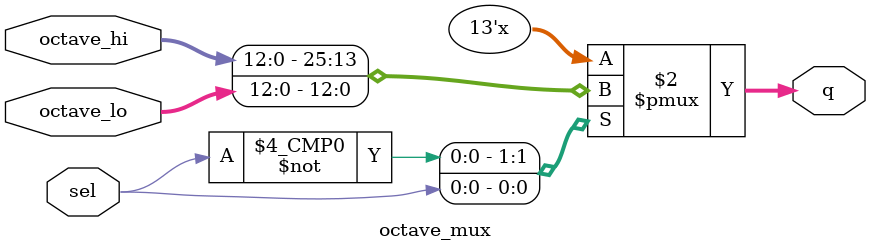
<source format=sv>
module octave_mux (output logic [12:0] q, input logic [12:0] octave_hi, octave_lo, input logic sel);

// 13 different notes of two octaves (III and IV) may be chosen


always_comb begin

   case(sel)

   0 : begin

    q = octave_hi;

   end

   1 : begin

    q = octave_lo;


   end


   endcase

end


endmodule
</source>
